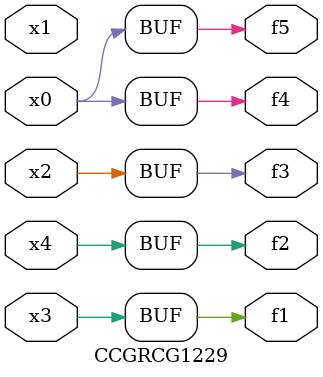
<source format=v>
module CCGRCG1229(
	input x0, x1, x2, x3, x4,
	output f1, f2, f3, f4, f5
);
	assign f1 = x3;
	assign f2 = x4;
	assign f3 = x2;
	assign f4 = x0;
	assign f5 = x0;
endmodule

</source>
